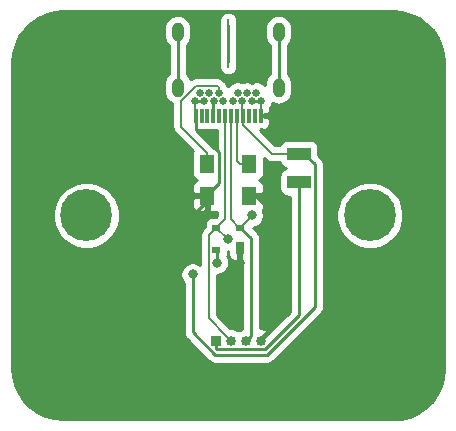
<source format=gtl>
G04 #@! TF.GenerationSoftware,KiCad,Pcbnew,(5.1.2-1)-1*
G04 #@! TF.CreationDate,2019-10-04T22:48:53-06:00*
G04 #@! TF.ProjectId,USBCBreakout,55534243-4272-4656-916b-6f75742e6b69,rev?*
G04 #@! TF.SameCoordinates,Original*
G04 #@! TF.FileFunction,Copper,L1,Top*
G04 #@! TF.FilePolarity,Positive*
%FSLAX46Y46*%
G04 Gerber Fmt 4.6, Leading zero omitted, Abs format (unit mm)*
G04 Created by KiCad (PCBNEW (5.1.2-1)-1) date 2019-10-04 22:48:53*
%MOMM*%
%LPD*%
G04 APERTURE LIST*
%ADD10R,0.300000X1.200000*%
%ADD11C,0.650000*%
%ADD12R,0.200000X1.000000*%
%ADD13O,1.000000X1.600000*%
%ADD14R,2.030000X1.140000*%
%ADD15R,1.300000X1.500000*%
%ADD16C,4.400000*%
%ADD17C,0.850000*%
%ADD18R,0.850000X0.850000*%
%ADD19R,0.700000X0.600000*%
%ADD20R,0.700000X1.000000*%
%ADD21C,0.800000*%
%ADD22C,0.152400*%
%ADD23C,0.250000*%
%ADD24C,0.254000*%
G04 APERTURE END LIST*
D10*
X102762416Y-49870592D03*
X102262416Y-49870592D03*
X101762416Y-49870592D03*
X101262416Y-49870592D03*
X100762416Y-49870592D03*
X100262416Y-49870592D03*
X99762416Y-49870592D03*
X99262416Y-49870592D03*
X98762416Y-49870592D03*
X98262416Y-49870592D03*
X97762416Y-49870592D03*
X97262416Y-49870592D03*
D11*
X97212416Y-48620592D03*
X97612416Y-47920592D03*
X98012416Y-48620592D03*
X98412416Y-47920592D03*
X98812416Y-48620592D03*
X99212416Y-47920592D03*
X99612416Y-48620592D03*
X100412416Y-48620592D03*
X100812416Y-47910592D03*
X101212416Y-48620592D03*
X101612416Y-47920592D03*
X102412416Y-47920592D03*
X102012416Y-48620592D03*
D12*
X100012416Y-45290592D03*
X100012416Y-42190592D03*
D13*
X104282416Y-47470592D03*
X104282416Y-42740592D03*
X95742416Y-42740592D03*
X95742416Y-47470592D03*
D11*
X102812416Y-48620592D03*
D14*
X106012416Y-53090592D03*
X106012416Y-55490592D03*
D15*
X101798352Y-53940592D03*
X101798352Y-56640592D03*
X98226480Y-53940592D03*
X98226480Y-56640592D03*
D16*
X112012416Y-58290592D03*
X88012416Y-58290592D03*
D17*
X102762416Y-68900000D03*
X101512416Y-68900000D03*
X100262416Y-68900000D03*
D18*
X99012416Y-68900000D03*
D19*
X99012416Y-59340592D03*
X101012416Y-59340592D03*
X99012416Y-61240592D03*
D20*
X101012416Y-61040592D03*
D21*
X97012416Y-63290592D03*
X99062415Y-62290592D03*
X101012416Y-62290592D03*
X97012416Y-58290592D03*
X104012416Y-58290592D03*
X100012416Y-60290592D03*
X102012416Y-58290592D03*
D22*
X101212416Y-49820592D02*
X101262416Y-49870592D01*
X101212416Y-48620592D02*
X101212416Y-49820592D01*
X104845016Y-53090592D02*
X106012416Y-53090592D01*
X103730016Y-53090592D02*
X104845016Y-53090592D01*
X101262416Y-50622992D02*
X103730016Y-53090592D01*
X101262416Y-49870592D02*
X101262416Y-50622992D01*
D23*
X98762416Y-48670592D02*
X98762416Y-49870592D01*
X98812416Y-48620592D02*
X98762416Y-48670592D01*
X97012416Y-68211410D02*
X97012416Y-63290592D01*
X98901016Y-70100010D02*
X97012416Y-68211410D01*
X103308817Y-70100011D02*
X98901016Y-70100010D01*
X107352417Y-66056411D02*
X103308817Y-70100011D01*
X107352417Y-53985593D02*
X107352417Y-66056411D01*
X106457416Y-53090592D02*
X107352417Y-53985593D01*
X106012416Y-53090592D02*
X106457416Y-53090592D01*
X99062415Y-61290591D02*
X99012416Y-61240592D01*
X99062415Y-62290592D02*
X99062415Y-61290591D01*
X99012416Y-69575000D02*
X99012416Y-68900000D01*
X99087417Y-69650001D02*
X99012416Y-69575000D01*
X103122417Y-69650001D02*
X99087417Y-69650001D01*
X106012416Y-66760002D02*
X103122417Y-69650001D01*
X106012416Y-55490592D02*
X106012416Y-66760002D01*
D22*
X102812416Y-49820592D02*
X102762416Y-49870592D01*
X102812416Y-48620592D02*
X102812416Y-49820592D01*
X97212416Y-49820592D02*
X97262416Y-49870592D01*
X97212416Y-48620592D02*
X97212416Y-49820592D01*
D23*
X101012416Y-62290592D02*
X101012416Y-61040592D01*
X97262416Y-50720592D02*
X97262416Y-49870592D01*
X97262416Y-50991526D02*
X97262416Y-50720592D01*
X99201481Y-52930591D02*
X97262416Y-50991526D01*
X99201481Y-55565591D02*
X99201481Y-52930591D01*
X98226480Y-56540592D02*
X99201481Y-55565591D01*
X98226480Y-56640592D02*
X98226480Y-56540592D01*
X98226480Y-57076528D02*
X97012416Y-58290592D01*
X98226480Y-56640592D02*
X98226480Y-57076528D01*
X102362416Y-56640592D02*
X101798352Y-56640592D01*
X104012416Y-58290592D02*
X102362416Y-56640592D01*
X97212416Y-48620592D02*
X98012416Y-48620592D01*
X102812416Y-48620592D02*
X102012416Y-48620592D01*
D22*
X99762416Y-58640592D02*
X99112416Y-59290592D01*
X99762416Y-49870592D02*
X99762416Y-58640592D01*
X99962416Y-60290592D02*
X99012416Y-59340592D01*
X100012416Y-60290592D02*
X99962416Y-60290592D01*
X99837417Y-68475001D02*
X100262416Y-68900000D01*
X98386215Y-67023799D02*
X99837417Y-68475001D01*
X98962416Y-59340592D02*
X98386215Y-59916793D01*
X98386215Y-59916793D02*
X98386215Y-67023799D01*
X99012416Y-59340592D02*
X98962416Y-59340592D01*
X100962416Y-59340592D02*
X101012416Y-59340592D01*
X100262416Y-58640592D02*
X100962416Y-59340592D01*
X100262416Y-49870592D02*
X100262416Y-58640592D01*
X102012416Y-58340592D02*
X101012416Y-59340592D01*
X102012416Y-58290592D02*
X102012416Y-58340592D01*
D23*
X101937415Y-60215591D02*
X101937415Y-68475001D01*
X101937415Y-68475001D02*
X101512416Y-68900000D01*
X101062416Y-59340592D02*
X101937415Y-60215591D01*
X101012416Y-59340592D02*
X101062416Y-59340592D01*
D22*
X100995952Y-53940592D02*
X101798352Y-53940592D01*
X100762416Y-53707056D02*
X100995952Y-53940592D01*
X100762416Y-49870592D02*
X100762416Y-53707056D01*
X98226480Y-53038192D02*
X98226480Y-53940592D01*
X96012416Y-50824128D02*
X98226480Y-53038192D01*
X97291343Y-47319391D02*
X96012416Y-48598318D01*
X99070834Y-47319391D02*
X97291343Y-47319391D01*
X99212416Y-47460973D02*
X99070834Y-47319391D01*
X96012416Y-48598318D02*
X96012416Y-50824128D01*
X99212416Y-47920592D02*
X99212416Y-47460973D01*
D23*
X100012416Y-42190592D02*
X100012416Y-45290592D01*
X104282416Y-42740592D02*
X104282416Y-47470592D01*
X95742416Y-42740592D02*
X95742416Y-47470592D01*
D24*
G36*
X114767163Y-41095873D02*
G01*
X115498059Y-41295823D01*
X116181991Y-41622042D01*
X116797344Y-42064218D01*
X117324675Y-42608381D01*
X117747302Y-43237318D01*
X118051879Y-43931162D01*
X118230131Y-44673631D01*
X118277416Y-45317541D01*
X118277417Y-71257850D01*
X118207135Y-72045340D01*
X118007185Y-72776235D01*
X117680966Y-73460167D01*
X117238790Y-74075520D01*
X116694627Y-74602851D01*
X116065690Y-75025478D01*
X115371845Y-75330056D01*
X114629377Y-75508306D01*
X113985467Y-75555592D01*
X86045147Y-75555592D01*
X85257668Y-75485311D01*
X84526773Y-75285361D01*
X83842841Y-74959142D01*
X83227488Y-74516966D01*
X82700157Y-73972803D01*
X82277530Y-73343866D01*
X81972952Y-72650021D01*
X81794702Y-71907553D01*
X81747416Y-71263643D01*
X81747416Y-58011369D01*
X85177416Y-58011369D01*
X85177416Y-58569815D01*
X85286364Y-59117531D01*
X85500072Y-59633468D01*
X85810328Y-60097799D01*
X86205209Y-60492680D01*
X86669540Y-60802936D01*
X87185477Y-61016644D01*
X87733193Y-61125592D01*
X88291639Y-61125592D01*
X88839355Y-61016644D01*
X89355292Y-60802936D01*
X89819623Y-60492680D01*
X90214504Y-60097799D01*
X90524760Y-59633468D01*
X90738468Y-59117531D01*
X90847416Y-58569815D01*
X90847416Y-58011369D01*
X90738468Y-57463653D01*
X90708206Y-57390592D01*
X96938408Y-57390592D01*
X96950668Y-57515074D01*
X96986978Y-57634772D01*
X97045943Y-57745086D01*
X97125295Y-57841777D01*
X97221986Y-57921129D01*
X97332300Y-57980094D01*
X97451998Y-58016404D01*
X97576480Y-58028664D01*
X97940730Y-58025592D01*
X98099480Y-57866842D01*
X98099480Y-56767592D01*
X97100230Y-56767592D01*
X96941480Y-56926342D01*
X96938408Y-57390592D01*
X90708206Y-57390592D01*
X90524760Y-56947716D01*
X90214504Y-56483385D01*
X89819623Y-56088504D01*
X89355292Y-55778248D01*
X88839355Y-55564540D01*
X88291639Y-55455592D01*
X87733193Y-55455592D01*
X87185477Y-55564540D01*
X86669540Y-55778248D01*
X86205209Y-56088504D01*
X85810328Y-56483385D01*
X85500072Y-56947716D01*
X85286364Y-57463653D01*
X85177416Y-58011369D01*
X81747416Y-58011369D01*
X81747416Y-45323323D01*
X81817697Y-44535845D01*
X82017647Y-43804949D01*
X82343866Y-43121017D01*
X82786042Y-42505664D01*
X82910722Y-42384840D01*
X94607416Y-42384840D01*
X94607416Y-43096343D01*
X94623839Y-43263090D01*
X94688740Y-43477038D01*
X94794132Y-43674215D01*
X94935967Y-43847041D01*
X94982416Y-43885161D01*
X94982417Y-46326023D01*
X94935968Y-46364143D01*
X94794133Y-46536969D01*
X94688740Y-46734145D01*
X94623839Y-46948093D01*
X94607416Y-47114840D01*
X94607416Y-47826343D01*
X94623839Y-47993090D01*
X94688740Y-48207038D01*
X94794132Y-48404215D01*
X94935967Y-48577041D01*
X95108793Y-48718876D01*
X95301216Y-48821728D01*
X95301217Y-50789192D01*
X95297776Y-50824128D01*
X95311508Y-50963547D01*
X95352175Y-51097609D01*
X95416095Y-51217194D01*
X95418215Y-51221161D01*
X95507090Y-51329455D01*
X95534226Y-51351725D01*
X97036418Y-52853918D01*
X96986978Y-52946412D01*
X96950668Y-53066110D01*
X96938408Y-53190592D01*
X96938408Y-54690592D01*
X96950668Y-54815074D01*
X96986978Y-54934772D01*
X97045943Y-55045086D01*
X97125295Y-55141777D01*
X97221986Y-55221129D01*
X97332300Y-55280094D01*
X97366907Y-55290592D01*
X97332300Y-55301090D01*
X97221986Y-55360055D01*
X97125295Y-55439407D01*
X97045943Y-55536098D01*
X96986978Y-55646412D01*
X96950668Y-55766110D01*
X96938408Y-55890592D01*
X96941480Y-56354842D01*
X97100230Y-56513592D01*
X98099480Y-56513592D01*
X98099480Y-56493592D01*
X98353480Y-56493592D01*
X98353480Y-56513592D01*
X98373480Y-56513592D01*
X98373480Y-56767592D01*
X98353480Y-56767592D01*
X98353480Y-57866842D01*
X98512230Y-58025592D01*
X98876480Y-58028664D01*
X99000962Y-58016404D01*
X99051217Y-58001159D01*
X99051217Y-58346003D01*
X98994700Y-58402520D01*
X98662416Y-58402520D01*
X98537934Y-58414780D01*
X98418236Y-58451090D01*
X98307922Y-58510055D01*
X98211231Y-58589407D01*
X98131879Y-58686098D01*
X98072914Y-58796412D01*
X98036604Y-58916110D01*
X98024344Y-59040592D01*
X98024344Y-59272876D01*
X97908025Y-59389196D01*
X97880888Y-59411467D01*
X97792013Y-59519761D01*
X97725973Y-59643313D01*
X97685306Y-59777374D01*
X97675015Y-59881858D01*
X97675015Y-59881867D01*
X97671575Y-59916793D01*
X97675015Y-59951719D01*
X97675015Y-62489480D01*
X97672190Y-62486655D01*
X97502672Y-62373387D01*
X97314314Y-62295366D01*
X97114355Y-62255592D01*
X96910477Y-62255592D01*
X96710518Y-62295366D01*
X96522160Y-62373387D01*
X96352642Y-62486655D01*
X96208479Y-62630818D01*
X96095211Y-62800336D01*
X96017190Y-62988694D01*
X95977416Y-63188653D01*
X95977416Y-63392531D01*
X96017190Y-63592490D01*
X96095211Y-63780848D01*
X96208479Y-63950366D01*
X96252417Y-63994304D01*
X96252416Y-68174087D01*
X96248740Y-68211410D01*
X96252416Y-68248732D01*
X96252416Y-68248742D01*
X96263413Y-68360395D01*
X96298178Y-68475001D01*
X96306870Y-68503656D01*
X96377442Y-68635686D01*
X96417287Y-68684236D01*
X96472415Y-68751411D01*
X96501419Y-68775214D01*
X98337221Y-70611017D01*
X98361015Y-70640010D01*
X98390008Y-70663804D01*
X98390013Y-70663809D01*
X98476740Y-70734984D01*
X98608769Y-70805556D01*
X98752030Y-70849013D01*
X98901016Y-70863686D01*
X98938351Y-70860009D01*
X103271494Y-70860011D01*
X103308817Y-70863687D01*
X103346139Y-70860011D01*
X103346149Y-70860011D01*
X103457802Y-70849014D01*
X103601063Y-70805557D01*
X103619077Y-70795928D01*
X103733093Y-70734985D01*
X103819819Y-70663810D01*
X103819820Y-70663809D01*
X103848817Y-70640012D01*
X103872615Y-70611014D01*
X107863420Y-66620210D01*
X107892418Y-66596412D01*
X107956382Y-66518472D01*
X107987391Y-66480688D01*
X108057963Y-66348658D01*
X108065779Y-66322891D01*
X108101420Y-66205397D01*
X108112417Y-66093744D01*
X108112417Y-66093734D01*
X108116093Y-66056411D01*
X108112417Y-66019088D01*
X108112417Y-58011369D01*
X109177416Y-58011369D01*
X109177416Y-58569815D01*
X109286364Y-59117531D01*
X109500072Y-59633468D01*
X109810328Y-60097799D01*
X110205209Y-60492680D01*
X110669540Y-60802936D01*
X111185477Y-61016644D01*
X111733193Y-61125592D01*
X112291639Y-61125592D01*
X112839355Y-61016644D01*
X113355292Y-60802936D01*
X113819623Y-60492680D01*
X114214504Y-60097799D01*
X114524760Y-59633468D01*
X114738468Y-59117531D01*
X114847416Y-58569815D01*
X114847416Y-58011369D01*
X114738468Y-57463653D01*
X114524760Y-56947716D01*
X114214504Y-56483385D01*
X113819623Y-56088504D01*
X113355292Y-55778248D01*
X112839355Y-55564540D01*
X112291639Y-55455592D01*
X111733193Y-55455592D01*
X111185477Y-55564540D01*
X110669540Y-55778248D01*
X110205209Y-56088504D01*
X109810328Y-56483385D01*
X109500072Y-56947716D01*
X109286364Y-57463653D01*
X109177416Y-58011369D01*
X108112417Y-58011369D01*
X108112417Y-54022926D01*
X108116094Y-53985593D01*
X108101420Y-53836607D01*
X108057963Y-53693346D01*
X107987391Y-53561317D01*
X107916216Y-53474590D01*
X107892418Y-53445592D01*
X107863421Y-53421795D01*
X107665488Y-53223862D01*
X107665488Y-52520592D01*
X107653228Y-52396110D01*
X107616918Y-52276412D01*
X107557953Y-52166098D01*
X107478601Y-52069407D01*
X107381910Y-51990055D01*
X107271596Y-51931090D01*
X107151898Y-51894780D01*
X107027416Y-51882520D01*
X104997416Y-51882520D01*
X104872934Y-51894780D01*
X104753236Y-51931090D01*
X104642922Y-51990055D01*
X104546231Y-52069407D01*
X104466879Y-52166098D01*
X104407914Y-52276412D01*
X104376675Y-52379392D01*
X104024605Y-52379392D01*
X102688339Y-51043127D01*
X102766910Y-51001129D01*
X102806891Y-50968317D01*
X102944166Y-51105592D01*
X103047705Y-51094156D01*
X103166757Y-51055781D01*
X103276035Y-50994917D01*
X103371339Y-50913904D01*
X103449007Y-50815855D01*
X103506054Y-50704537D01*
X103540287Y-50584229D01*
X103550393Y-50459553D01*
X103547416Y-50156342D01*
X103388666Y-49997592D01*
X103050488Y-49997592D01*
X103050488Y-49743592D01*
X103388666Y-49743592D01*
X103547416Y-49584842D01*
X103550393Y-49281631D01*
X103547718Y-49248636D01*
X103583893Y-49212461D01*
X103541337Y-49169905D01*
X103540287Y-49156955D01*
X103521126Y-49089618D01*
X103660686Y-49079915D01*
X103733997Y-48905600D01*
X103760028Y-48778332D01*
X103845969Y-48824268D01*
X104059917Y-48889169D01*
X104282416Y-48911083D01*
X104504914Y-48889169D01*
X104718862Y-48824268D01*
X104916039Y-48718876D01*
X105088865Y-48577041D01*
X105230700Y-48404215D01*
X105336092Y-48207039D01*
X105400993Y-47993091D01*
X105417416Y-47826344D01*
X105417416Y-47114841D01*
X105400993Y-46948094D01*
X105336092Y-46734146D01*
X105230700Y-46536969D01*
X105088865Y-46364143D01*
X105042416Y-46326023D01*
X105042416Y-43885161D01*
X105088865Y-43847041D01*
X105230700Y-43674215D01*
X105336092Y-43477039D01*
X105400993Y-43263091D01*
X105417416Y-43096344D01*
X105417416Y-42384841D01*
X105400993Y-42218094D01*
X105336092Y-42004146D01*
X105230700Y-41806969D01*
X105088865Y-41634143D01*
X104916039Y-41492308D01*
X104718863Y-41386916D01*
X104504915Y-41322015D01*
X104282416Y-41300101D01*
X104059918Y-41322015D01*
X103845970Y-41386916D01*
X103648794Y-41492308D01*
X103475968Y-41634143D01*
X103334133Y-41806969D01*
X103228740Y-42004145D01*
X103163839Y-42218093D01*
X103147416Y-42384840D01*
X103147416Y-43096343D01*
X103163839Y-43263090D01*
X103228740Y-43477038D01*
X103334132Y-43674215D01*
X103475967Y-43847041D01*
X103522416Y-43885161D01*
X103522417Y-46326023D01*
X103475968Y-46364143D01*
X103334133Y-46536969D01*
X103228740Y-46734145D01*
X103163839Y-46948093D01*
X103147416Y-47114840D01*
X103147416Y-47297947D01*
X103024380Y-47174911D01*
X102867147Y-47069851D01*
X102692438Y-46997484D01*
X102506968Y-46960592D01*
X102317864Y-46960592D01*
X102132394Y-46997484D01*
X102012416Y-47047181D01*
X101892438Y-46997484D01*
X101706968Y-46960592D01*
X101517864Y-46960592D01*
X101332394Y-46997484D01*
X101224487Y-47042181D01*
X101092438Y-46987484D01*
X100906968Y-46950592D01*
X100717864Y-46950592D01*
X100532394Y-46987484D01*
X100357685Y-47059851D01*
X100200452Y-47164911D01*
X100066735Y-47298628D01*
X100009075Y-47384922D01*
X99958097Y-47308628D01*
X99888202Y-47238733D01*
X99872658Y-47187492D01*
X99806618Y-47063940D01*
X99717743Y-46955646D01*
X99690601Y-46933371D01*
X99598436Y-46841206D01*
X99576161Y-46814064D01*
X99467867Y-46725189D01*
X99344315Y-46659149D01*
X99210254Y-46618482D01*
X99105770Y-46608191D01*
X99105760Y-46608191D01*
X99070834Y-46604751D01*
X99035908Y-46608191D01*
X97326271Y-46608191D01*
X97291343Y-46604751D01*
X97256414Y-46608191D01*
X97256407Y-46608191D01*
X97151923Y-46618482D01*
X97017862Y-46659149D01*
X96894310Y-46725189D01*
X96813494Y-46791513D01*
X96796092Y-46734146D01*
X96690700Y-46536969D01*
X96548865Y-46364143D01*
X96502416Y-46326023D01*
X96502416Y-43885161D01*
X96548865Y-43847041D01*
X96690700Y-43674215D01*
X96796092Y-43477039D01*
X96860993Y-43263091D01*
X96877416Y-43096344D01*
X96877416Y-42384841D01*
X96860993Y-42218094D01*
X96841326Y-42153260D01*
X99252416Y-42153260D01*
X99252417Y-45327925D01*
X99263414Y-45439578D01*
X99274344Y-45475610D01*
X99274344Y-45790592D01*
X99286604Y-45915074D01*
X99322914Y-46034772D01*
X99381879Y-46145086D01*
X99461231Y-46241777D01*
X99557922Y-46321129D01*
X99668236Y-46380094D01*
X99787934Y-46416404D01*
X99912416Y-46428664D01*
X100112416Y-46428664D01*
X100236898Y-46416404D01*
X100356596Y-46380094D01*
X100466910Y-46321129D01*
X100563601Y-46241777D01*
X100642953Y-46145086D01*
X100701918Y-46034772D01*
X100738228Y-45915074D01*
X100750488Y-45790592D01*
X100750488Y-45475613D01*
X100761419Y-45439578D01*
X100772416Y-45327925D01*
X100772416Y-42153259D01*
X100761419Y-42041606D01*
X100750488Y-42005571D01*
X100750488Y-41690592D01*
X100738228Y-41566110D01*
X100701918Y-41446412D01*
X100642953Y-41336098D01*
X100563601Y-41239407D01*
X100466910Y-41160055D01*
X100356596Y-41101090D01*
X100236898Y-41064780D01*
X100112416Y-41052520D01*
X99912416Y-41052520D01*
X99787934Y-41064780D01*
X99668236Y-41101090D01*
X99557922Y-41160055D01*
X99461231Y-41239407D01*
X99381879Y-41336098D01*
X99322914Y-41446412D01*
X99286604Y-41566110D01*
X99274344Y-41690592D01*
X99274344Y-42005572D01*
X99263413Y-42041607D01*
X99252416Y-42153260D01*
X96841326Y-42153260D01*
X96796092Y-42004146D01*
X96690700Y-41806969D01*
X96548865Y-41634143D01*
X96376039Y-41492308D01*
X96178863Y-41386916D01*
X95964915Y-41322015D01*
X95742416Y-41300101D01*
X95519918Y-41322015D01*
X95305970Y-41386916D01*
X95108794Y-41492308D01*
X94935968Y-41634143D01*
X94794133Y-41806969D01*
X94688740Y-42004145D01*
X94623839Y-42218093D01*
X94607416Y-42384840D01*
X82910722Y-42384840D01*
X83330205Y-41978333D01*
X83959142Y-41555706D01*
X84652986Y-41251129D01*
X85395455Y-41072877D01*
X86039365Y-41025592D01*
X113979685Y-41025592D01*
X114767163Y-41095873D01*
X114767163Y-41095873D01*
G37*
X114767163Y-41095873D02*
X115498059Y-41295823D01*
X116181991Y-41622042D01*
X116797344Y-42064218D01*
X117324675Y-42608381D01*
X117747302Y-43237318D01*
X118051879Y-43931162D01*
X118230131Y-44673631D01*
X118277416Y-45317541D01*
X118277417Y-71257850D01*
X118207135Y-72045340D01*
X118007185Y-72776235D01*
X117680966Y-73460167D01*
X117238790Y-74075520D01*
X116694627Y-74602851D01*
X116065690Y-75025478D01*
X115371845Y-75330056D01*
X114629377Y-75508306D01*
X113985467Y-75555592D01*
X86045147Y-75555592D01*
X85257668Y-75485311D01*
X84526773Y-75285361D01*
X83842841Y-74959142D01*
X83227488Y-74516966D01*
X82700157Y-73972803D01*
X82277530Y-73343866D01*
X81972952Y-72650021D01*
X81794702Y-71907553D01*
X81747416Y-71263643D01*
X81747416Y-58011369D01*
X85177416Y-58011369D01*
X85177416Y-58569815D01*
X85286364Y-59117531D01*
X85500072Y-59633468D01*
X85810328Y-60097799D01*
X86205209Y-60492680D01*
X86669540Y-60802936D01*
X87185477Y-61016644D01*
X87733193Y-61125592D01*
X88291639Y-61125592D01*
X88839355Y-61016644D01*
X89355292Y-60802936D01*
X89819623Y-60492680D01*
X90214504Y-60097799D01*
X90524760Y-59633468D01*
X90738468Y-59117531D01*
X90847416Y-58569815D01*
X90847416Y-58011369D01*
X90738468Y-57463653D01*
X90708206Y-57390592D01*
X96938408Y-57390592D01*
X96950668Y-57515074D01*
X96986978Y-57634772D01*
X97045943Y-57745086D01*
X97125295Y-57841777D01*
X97221986Y-57921129D01*
X97332300Y-57980094D01*
X97451998Y-58016404D01*
X97576480Y-58028664D01*
X97940730Y-58025592D01*
X98099480Y-57866842D01*
X98099480Y-56767592D01*
X97100230Y-56767592D01*
X96941480Y-56926342D01*
X96938408Y-57390592D01*
X90708206Y-57390592D01*
X90524760Y-56947716D01*
X90214504Y-56483385D01*
X89819623Y-56088504D01*
X89355292Y-55778248D01*
X88839355Y-55564540D01*
X88291639Y-55455592D01*
X87733193Y-55455592D01*
X87185477Y-55564540D01*
X86669540Y-55778248D01*
X86205209Y-56088504D01*
X85810328Y-56483385D01*
X85500072Y-56947716D01*
X85286364Y-57463653D01*
X85177416Y-58011369D01*
X81747416Y-58011369D01*
X81747416Y-45323323D01*
X81817697Y-44535845D01*
X82017647Y-43804949D01*
X82343866Y-43121017D01*
X82786042Y-42505664D01*
X82910722Y-42384840D01*
X94607416Y-42384840D01*
X94607416Y-43096343D01*
X94623839Y-43263090D01*
X94688740Y-43477038D01*
X94794132Y-43674215D01*
X94935967Y-43847041D01*
X94982416Y-43885161D01*
X94982417Y-46326023D01*
X94935968Y-46364143D01*
X94794133Y-46536969D01*
X94688740Y-46734145D01*
X94623839Y-46948093D01*
X94607416Y-47114840D01*
X94607416Y-47826343D01*
X94623839Y-47993090D01*
X94688740Y-48207038D01*
X94794132Y-48404215D01*
X94935967Y-48577041D01*
X95108793Y-48718876D01*
X95301216Y-48821728D01*
X95301217Y-50789192D01*
X95297776Y-50824128D01*
X95311508Y-50963547D01*
X95352175Y-51097609D01*
X95416095Y-51217194D01*
X95418215Y-51221161D01*
X95507090Y-51329455D01*
X95534226Y-51351725D01*
X97036418Y-52853918D01*
X96986978Y-52946412D01*
X96950668Y-53066110D01*
X96938408Y-53190592D01*
X96938408Y-54690592D01*
X96950668Y-54815074D01*
X96986978Y-54934772D01*
X97045943Y-55045086D01*
X97125295Y-55141777D01*
X97221986Y-55221129D01*
X97332300Y-55280094D01*
X97366907Y-55290592D01*
X97332300Y-55301090D01*
X97221986Y-55360055D01*
X97125295Y-55439407D01*
X97045943Y-55536098D01*
X96986978Y-55646412D01*
X96950668Y-55766110D01*
X96938408Y-55890592D01*
X96941480Y-56354842D01*
X97100230Y-56513592D01*
X98099480Y-56513592D01*
X98099480Y-56493592D01*
X98353480Y-56493592D01*
X98353480Y-56513592D01*
X98373480Y-56513592D01*
X98373480Y-56767592D01*
X98353480Y-56767592D01*
X98353480Y-57866842D01*
X98512230Y-58025592D01*
X98876480Y-58028664D01*
X99000962Y-58016404D01*
X99051217Y-58001159D01*
X99051217Y-58346003D01*
X98994700Y-58402520D01*
X98662416Y-58402520D01*
X98537934Y-58414780D01*
X98418236Y-58451090D01*
X98307922Y-58510055D01*
X98211231Y-58589407D01*
X98131879Y-58686098D01*
X98072914Y-58796412D01*
X98036604Y-58916110D01*
X98024344Y-59040592D01*
X98024344Y-59272876D01*
X97908025Y-59389196D01*
X97880888Y-59411467D01*
X97792013Y-59519761D01*
X97725973Y-59643313D01*
X97685306Y-59777374D01*
X97675015Y-59881858D01*
X97675015Y-59881867D01*
X97671575Y-59916793D01*
X97675015Y-59951719D01*
X97675015Y-62489480D01*
X97672190Y-62486655D01*
X97502672Y-62373387D01*
X97314314Y-62295366D01*
X97114355Y-62255592D01*
X96910477Y-62255592D01*
X96710518Y-62295366D01*
X96522160Y-62373387D01*
X96352642Y-62486655D01*
X96208479Y-62630818D01*
X96095211Y-62800336D01*
X96017190Y-62988694D01*
X95977416Y-63188653D01*
X95977416Y-63392531D01*
X96017190Y-63592490D01*
X96095211Y-63780848D01*
X96208479Y-63950366D01*
X96252417Y-63994304D01*
X96252416Y-68174087D01*
X96248740Y-68211410D01*
X96252416Y-68248732D01*
X96252416Y-68248742D01*
X96263413Y-68360395D01*
X96298178Y-68475001D01*
X96306870Y-68503656D01*
X96377442Y-68635686D01*
X96417287Y-68684236D01*
X96472415Y-68751411D01*
X96501419Y-68775214D01*
X98337221Y-70611017D01*
X98361015Y-70640010D01*
X98390008Y-70663804D01*
X98390013Y-70663809D01*
X98476740Y-70734984D01*
X98608769Y-70805556D01*
X98752030Y-70849013D01*
X98901016Y-70863686D01*
X98938351Y-70860009D01*
X103271494Y-70860011D01*
X103308817Y-70863687D01*
X103346139Y-70860011D01*
X103346149Y-70860011D01*
X103457802Y-70849014D01*
X103601063Y-70805557D01*
X103619077Y-70795928D01*
X103733093Y-70734985D01*
X103819819Y-70663810D01*
X103819820Y-70663809D01*
X103848817Y-70640012D01*
X103872615Y-70611014D01*
X107863420Y-66620210D01*
X107892418Y-66596412D01*
X107956382Y-66518472D01*
X107987391Y-66480688D01*
X108057963Y-66348658D01*
X108065779Y-66322891D01*
X108101420Y-66205397D01*
X108112417Y-66093744D01*
X108112417Y-66093734D01*
X108116093Y-66056411D01*
X108112417Y-66019088D01*
X108112417Y-58011369D01*
X109177416Y-58011369D01*
X109177416Y-58569815D01*
X109286364Y-59117531D01*
X109500072Y-59633468D01*
X109810328Y-60097799D01*
X110205209Y-60492680D01*
X110669540Y-60802936D01*
X111185477Y-61016644D01*
X111733193Y-61125592D01*
X112291639Y-61125592D01*
X112839355Y-61016644D01*
X113355292Y-60802936D01*
X113819623Y-60492680D01*
X114214504Y-60097799D01*
X114524760Y-59633468D01*
X114738468Y-59117531D01*
X114847416Y-58569815D01*
X114847416Y-58011369D01*
X114738468Y-57463653D01*
X114524760Y-56947716D01*
X114214504Y-56483385D01*
X113819623Y-56088504D01*
X113355292Y-55778248D01*
X112839355Y-55564540D01*
X112291639Y-55455592D01*
X111733193Y-55455592D01*
X111185477Y-55564540D01*
X110669540Y-55778248D01*
X110205209Y-56088504D01*
X109810328Y-56483385D01*
X109500072Y-56947716D01*
X109286364Y-57463653D01*
X109177416Y-58011369D01*
X108112417Y-58011369D01*
X108112417Y-54022926D01*
X108116094Y-53985593D01*
X108101420Y-53836607D01*
X108057963Y-53693346D01*
X107987391Y-53561317D01*
X107916216Y-53474590D01*
X107892418Y-53445592D01*
X107863421Y-53421795D01*
X107665488Y-53223862D01*
X107665488Y-52520592D01*
X107653228Y-52396110D01*
X107616918Y-52276412D01*
X107557953Y-52166098D01*
X107478601Y-52069407D01*
X107381910Y-51990055D01*
X107271596Y-51931090D01*
X107151898Y-51894780D01*
X107027416Y-51882520D01*
X104997416Y-51882520D01*
X104872934Y-51894780D01*
X104753236Y-51931090D01*
X104642922Y-51990055D01*
X104546231Y-52069407D01*
X104466879Y-52166098D01*
X104407914Y-52276412D01*
X104376675Y-52379392D01*
X104024605Y-52379392D01*
X102688339Y-51043127D01*
X102766910Y-51001129D01*
X102806891Y-50968317D01*
X102944166Y-51105592D01*
X103047705Y-51094156D01*
X103166757Y-51055781D01*
X103276035Y-50994917D01*
X103371339Y-50913904D01*
X103449007Y-50815855D01*
X103506054Y-50704537D01*
X103540287Y-50584229D01*
X103550393Y-50459553D01*
X103547416Y-50156342D01*
X103388666Y-49997592D01*
X103050488Y-49997592D01*
X103050488Y-49743592D01*
X103388666Y-49743592D01*
X103547416Y-49584842D01*
X103550393Y-49281631D01*
X103547718Y-49248636D01*
X103583893Y-49212461D01*
X103541337Y-49169905D01*
X103540287Y-49156955D01*
X103521126Y-49089618D01*
X103660686Y-49079915D01*
X103733997Y-48905600D01*
X103760028Y-48778332D01*
X103845969Y-48824268D01*
X104059917Y-48889169D01*
X104282416Y-48911083D01*
X104504914Y-48889169D01*
X104718862Y-48824268D01*
X104916039Y-48718876D01*
X105088865Y-48577041D01*
X105230700Y-48404215D01*
X105336092Y-48207039D01*
X105400993Y-47993091D01*
X105417416Y-47826344D01*
X105417416Y-47114841D01*
X105400993Y-46948094D01*
X105336092Y-46734146D01*
X105230700Y-46536969D01*
X105088865Y-46364143D01*
X105042416Y-46326023D01*
X105042416Y-43885161D01*
X105088865Y-43847041D01*
X105230700Y-43674215D01*
X105336092Y-43477039D01*
X105400993Y-43263091D01*
X105417416Y-43096344D01*
X105417416Y-42384841D01*
X105400993Y-42218094D01*
X105336092Y-42004146D01*
X105230700Y-41806969D01*
X105088865Y-41634143D01*
X104916039Y-41492308D01*
X104718863Y-41386916D01*
X104504915Y-41322015D01*
X104282416Y-41300101D01*
X104059918Y-41322015D01*
X103845970Y-41386916D01*
X103648794Y-41492308D01*
X103475968Y-41634143D01*
X103334133Y-41806969D01*
X103228740Y-42004145D01*
X103163839Y-42218093D01*
X103147416Y-42384840D01*
X103147416Y-43096343D01*
X103163839Y-43263090D01*
X103228740Y-43477038D01*
X103334132Y-43674215D01*
X103475967Y-43847041D01*
X103522416Y-43885161D01*
X103522417Y-46326023D01*
X103475968Y-46364143D01*
X103334133Y-46536969D01*
X103228740Y-46734145D01*
X103163839Y-46948093D01*
X103147416Y-47114840D01*
X103147416Y-47297947D01*
X103024380Y-47174911D01*
X102867147Y-47069851D01*
X102692438Y-46997484D01*
X102506968Y-46960592D01*
X102317864Y-46960592D01*
X102132394Y-46997484D01*
X102012416Y-47047181D01*
X101892438Y-46997484D01*
X101706968Y-46960592D01*
X101517864Y-46960592D01*
X101332394Y-46997484D01*
X101224487Y-47042181D01*
X101092438Y-46987484D01*
X100906968Y-46950592D01*
X100717864Y-46950592D01*
X100532394Y-46987484D01*
X100357685Y-47059851D01*
X100200452Y-47164911D01*
X100066735Y-47298628D01*
X100009075Y-47384922D01*
X99958097Y-47308628D01*
X99888202Y-47238733D01*
X99872658Y-47187492D01*
X99806618Y-47063940D01*
X99717743Y-46955646D01*
X99690601Y-46933371D01*
X99598436Y-46841206D01*
X99576161Y-46814064D01*
X99467867Y-46725189D01*
X99344315Y-46659149D01*
X99210254Y-46618482D01*
X99105770Y-46608191D01*
X99105760Y-46608191D01*
X99070834Y-46604751D01*
X99035908Y-46608191D01*
X97326271Y-46608191D01*
X97291343Y-46604751D01*
X97256414Y-46608191D01*
X97256407Y-46608191D01*
X97151923Y-46618482D01*
X97017862Y-46659149D01*
X96894310Y-46725189D01*
X96813494Y-46791513D01*
X96796092Y-46734146D01*
X96690700Y-46536969D01*
X96548865Y-46364143D01*
X96502416Y-46326023D01*
X96502416Y-43885161D01*
X96548865Y-43847041D01*
X96690700Y-43674215D01*
X96796092Y-43477039D01*
X96860993Y-43263091D01*
X96877416Y-43096344D01*
X96877416Y-42384841D01*
X96860993Y-42218094D01*
X96841326Y-42153260D01*
X99252416Y-42153260D01*
X99252417Y-45327925D01*
X99263414Y-45439578D01*
X99274344Y-45475610D01*
X99274344Y-45790592D01*
X99286604Y-45915074D01*
X99322914Y-46034772D01*
X99381879Y-46145086D01*
X99461231Y-46241777D01*
X99557922Y-46321129D01*
X99668236Y-46380094D01*
X99787934Y-46416404D01*
X99912416Y-46428664D01*
X100112416Y-46428664D01*
X100236898Y-46416404D01*
X100356596Y-46380094D01*
X100466910Y-46321129D01*
X100563601Y-46241777D01*
X100642953Y-46145086D01*
X100701918Y-46034772D01*
X100738228Y-45915074D01*
X100750488Y-45790592D01*
X100750488Y-45475613D01*
X100761419Y-45439578D01*
X100772416Y-45327925D01*
X100772416Y-42153259D01*
X100761419Y-42041606D01*
X100750488Y-42005571D01*
X100750488Y-41690592D01*
X100738228Y-41566110D01*
X100701918Y-41446412D01*
X100642953Y-41336098D01*
X100563601Y-41239407D01*
X100466910Y-41160055D01*
X100356596Y-41101090D01*
X100236898Y-41064780D01*
X100112416Y-41052520D01*
X99912416Y-41052520D01*
X99787934Y-41064780D01*
X99668236Y-41101090D01*
X99557922Y-41160055D01*
X99461231Y-41239407D01*
X99381879Y-41336098D01*
X99322914Y-41446412D01*
X99286604Y-41566110D01*
X99274344Y-41690592D01*
X99274344Y-42005572D01*
X99263413Y-42041607D01*
X99252416Y-42153260D01*
X96841326Y-42153260D01*
X96796092Y-42004146D01*
X96690700Y-41806969D01*
X96548865Y-41634143D01*
X96376039Y-41492308D01*
X96178863Y-41386916D01*
X95964915Y-41322015D01*
X95742416Y-41300101D01*
X95519918Y-41322015D01*
X95305970Y-41386916D01*
X95108794Y-41492308D01*
X94935968Y-41634143D01*
X94794133Y-41806969D01*
X94688740Y-42004145D01*
X94623839Y-42218093D01*
X94607416Y-42384840D01*
X82910722Y-42384840D01*
X83330205Y-41978333D01*
X83959142Y-41555706D01*
X84652986Y-41251129D01*
X85395455Y-41072877D01*
X86039365Y-41025592D01*
X113979685Y-41025592D01*
X114767163Y-41095873D01*
G36*
X103202423Y-53568788D02*
G01*
X103224689Y-53595919D01*
X103251820Y-53618185D01*
X103251824Y-53618189D01*
X103303493Y-53660592D01*
X103332983Y-53684794D01*
X103456535Y-53750834D01*
X103590596Y-53791501D01*
X103695080Y-53801792D01*
X103695089Y-53801792D01*
X103730015Y-53805232D01*
X103764941Y-53801792D01*
X104376675Y-53801792D01*
X104407914Y-53904772D01*
X104466879Y-54015086D01*
X104546231Y-54111777D01*
X104642922Y-54191129D01*
X104753236Y-54250094D01*
X104872934Y-54286404D01*
X104915457Y-54290592D01*
X104872934Y-54294780D01*
X104753236Y-54331090D01*
X104642922Y-54390055D01*
X104546231Y-54469407D01*
X104466879Y-54566098D01*
X104407914Y-54676412D01*
X104371604Y-54796110D01*
X104359344Y-54920592D01*
X104359344Y-56060592D01*
X104371604Y-56185074D01*
X104407914Y-56304772D01*
X104466879Y-56415086D01*
X104546231Y-56511777D01*
X104642922Y-56591129D01*
X104753236Y-56650094D01*
X104872934Y-56686404D01*
X104997416Y-56698664D01*
X105252416Y-56698664D01*
X105252417Y-66445199D01*
X102807616Y-68890001D01*
X102577347Y-68890001D01*
X102592071Y-68862455D01*
X102748274Y-68706253D01*
X102762416Y-68720395D01*
X103307197Y-68175614D01*
X103281272Y-67969790D01*
X103089828Y-67886440D01*
X102885800Y-67842041D01*
X102697415Y-67838663D01*
X102697415Y-60252913D01*
X102701091Y-60215590D01*
X102697415Y-60178267D01*
X102697415Y-60178258D01*
X102686418Y-60066605D01*
X102642961Y-59923344D01*
X102572389Y-59791315D01*
X102528326Y-59737624D01*
X102501214Y-59704587D01*
X102501210Y-59704583D01*
X102477416Y-59675590D01*
X102448424Y-59651797D01*
X102120914Y-59324287D01*
X102314314Y-59285818D01*
X102502672Y-59207797D01*
X102672190Y-59094529D01*
X102816353Y-58950366D01*
X102929621Y-58780848D01*
X103007642Y-58592490D01*
X103047416Y-58392531D01*
X103047416Y-58188653D01*
X103007642Y-57988694D01*
X102930938Y-57803515D01*
X102978889Y-57745086D01*
X103037854Y-57634772D01*
X103074164Y-57515074D01*
X103086424Y-57390592D01*
X103083352Y-56926342D01*
X102924602Y-56767592D01*
X101925352Y-56767592D01*
X101925352Y-56787592D01*
X101671352Y-56787592D01*
X101671352Y-56767592D01*
X101651352Y-56767592D01*
X101651352Y-56513592D01*
X101671352Y-56513592D01*
X101671352Y-56493592D01*
X101925352Y-56493592D01*
X101925352Y-56513592D01*
X102924602Y-56513592D01*
X103083352Y-56354842D01*
X103086424Y-55890592D01*
X103074164Y-55766110D01*
X103037854Y-55646412D01*
X102978889Y-55536098D01*
X102899537Y-55439407D01*
X102802846Y-55360055D01*
X102692532Y-55301090D01*
X102657925Y-55290592D01*
X102692532Y-55280094D01*
X102802846Y-55221129D01*
X102899537Y-55141777D01*
X102978889Y-55045086D01*
X103037854Y-54934772D01*
X103074164Y-54815074D01*
X103086424Y-54690592D01*
X103086424Y-53452789D01*
X103202423Y-53568788D01*
X103202423Y-53568788D01*
G37*
X103202423Y-53568788D02*
X103224689Y-53595919D01*
X103251820Y-53618185D01*
X103251824Y-53618189D01*
X103303493Y-53660592D01*
X103332983Y-53684794D01*
X103456535Y-53750834D01*
X103590596Y-53791501D01*
X103695080Y-53801792D01*
X103695089Y-53801792D01*
X103730015Y-53805232D01*
X103764941Y-53801792D01*
X104376675Y-53801792D01*
X104407914Y-53904772D01*
X104466879Y-54015086D01*
X104546231Y-54111777D01*
X104642922Y-54191129D01*
X104753236Y-54250094D01*
X104872934Y-54286404D01*
X104915457Y-54290592D01*
X104872934Y-54294780D01*
X104753236Y-54331090D01*
X104642922Y-54390055D01*
X104546231Y-54469407D01*
X104466879Y-54566098D01*
X104407914Y-54676412D01*
X104371604Y-54796110D01*
X104359344Y-54920592D01*
X104359344Y-56060592D01*
X104371604Y-56185074D01*
X104407914Y-56304772D01*
X104466879Y-56415086D01*
X104546231Y-56511777D01*
X104642922Y-56591129D01*
X104753236Y-56650094D01*
X104872934Y-56686404D01*
X104997416Y-56698664D01*
X105252416Y-56698664D01*
X105252417Y-66445199D01*
X102807616Y-68890001D01*
X102577347Y-68890001D01*
X102592071Y-68862455D01*
X102748274Y-68706253D01*
X102762416Y-68720395D01*
X103307197Y-68175614D01*
X103281272Y-67969790D01*
X103089828Y-67886440D01*
X102885800Y-67842041D01*
X102697415Y-67838663D01*
X102697415Y-60252913D01*
X102701091Y-60215590D01*
X102697415Y-60178267D01*
X102697415Y-60178258D01*
X102686418Y-60066605D01*
X102642961Y-59923344D01*
X102572389Y-59791315D01*
X102528326Y-59737624D01*
X102501214Y-59704587D01*
X102501210Y-59704583D01*
X102477416Y-59675590D01*
X102448424Y-59651797D01*
X102120914Y-59324287D01*
X102314314Y-59285818D01*
X102502672Y-59207797D01*
X102672190Y-59094529D01*
X102816353Y-58950366D01*
X102929621Y-58780848D01*
X103007642Y-58592490D01*
X103047416Y-58392531D01*
X103047416Y-58188653D01*
X103007642Y-57988694D01*
X102930938Y-57803515D01*
X102978889Y-57745086D01*
X103037854Y-57634772D01*
X103074164Y-57515074D01*
X103086424Y-57390592D01*
X103083352Y-56926342D01*
X102924602Y-56767592D01*
X101925352Y-56767592D01*
X101925352Y-56787592D01*
X101671352Y-56787592D01*
X101671352Y-56767592D01*
X101651352Y-56767592D01*
X101651352Y-56513592D01*
X101671352Y-56513592D01*
X101671352Y-56493592D01*
X101925352Y-56493592D01*
X101925352Y-56513592D01*
X102924602Y-56513592D01*
X103083352Y-56354842D01*
X103086424Y-55890592D01*
X103074164Y-55766110D01*
X103037854Y-55646412D01*
X102978889Y-55536098D01*
X102899537Y-55439407D01*
X102802846Y-55360055D01*
X102692532Y-55301090D01*
X102657925Y-55290592D01*
X102692532Y-55280094D01*
X102802846Y-55221129D01*
X102899537Y-55141777D01*
X102978889Y-55045086D01*
X103037854Y-54934772D01*
X103074164Y-54815074D01*
X103086424Y-54690592D01*
X103086424Y-53452789D01*
X103202423Y-53568788D01*
G36*
X101139416Y-60913592D02*
G01*
X101159416Y-60913592D01*
X101159416Y-61167592D01*
X101139416Y-61167592D01*
X101139416Y-62016842D01*
X101177415Y-62054841D01*
X101177416Y-67891426D01*
X101010318Y-67960640D01*
X100887416Y-68042760D01*
X100764514Y-67960640D01*
X100571607Y-67880735D01*
X100366817Y-67840000D01*
X100208205Y-67840000D01*
X99097415Y-66729212D01*
X99097415Y-63325592D01*
X99164354Y-63325592D01*
X99364313Y-63285818D01*
X99552671Y-63207797D01*
X99722189Y-63094529D01*
X99866352Y-62950366D01*
X99979620Y-62780848D01*
X100057641Y-62592490D01*
X100097415Y-62392531D01*
X100097415Y-62188653D01*
X100057641Y-61988694D01*
X99979620Y-61800336D01*
X99957320Y-61766962D01*
X99988228Y-61665074D01*
X100000488Y-61540592D01*
X100000488Y-61325592D01*
X100028166Y-61325592D01*
X100027416Y-61326342D01*
X100024344Y-61540592D01*
X100036604Y-61665074D01*
X100072914Y-61784772D01*
X100131879Y-61895086D01*
X100211231Y-61991777D01*
X100307922Y-62071129D01*
X100418236Y-62130094D01*
X100537934Y-62166404D01*
X100662416Y-62178664D01*
X100726666Y-62175592D01*
X100885416Y-62016842D01*
X100885416Y-61167592D01*
X100865416Y-61167592D01*
X100865416Y-60913592D01*
X100885416Y-60913592D01*
X100885416Y-60893592D01*
X101139416Y-60893592D01*
X101139416Y-60913592D01*
X101139416Y-60913592D01*
G37*
X101139416Y-60913592D02*
X101159416Y-60913592D01*
X101159416Y-61167592D01*
X101139416Y-61167592D01*
X101139416Y-62016842D01*
X101177415Y-62054841D01*
X101177416Y-67891426D01*
X101010318Y-67960640D01*
X100887416Y-68042760D01*
X100764514Y-67960640D01*
X100571607Y-67880735D01*
X100366817Y-67840000D01*
X100208205Y-67840000D01*
X99097415Y-66729212D01*
X99097415Y-63325592D01*
X99164354Y-63325592D01*
X99364313Y-63285818D01*
X99552671Y-63207797D01*
X99722189Y-63094529D01*
X99866352Y-62950366D01*
X99979620Y-62780848D01*
X100057641Y-62592490D01*
X100097415Y-62392531D01*
X100097415Y-62188653D01*
X100057641Y-61988694D01*
X99979620Y-61800336D01*
X99957320Y-61766962D01*
X99988228Y-61665074D01*
X100000488Y-61540592D01*
X100000488Y-61325592D01*
X100028166Y-61325592D01*
X100027416Y-61326342D01*
X100024344Y-61540592D01*
X100036604Y-61665074D01*
X100072914Y-61784772D01*
X100131879Y-61895086D01*
X100211231Y-61991777D01*
X100307922Y-62071129D01*
X100418236Y-62130094D01*
X100537934Y-62166404D01*
X100662416Y-62178664D01*
X100726666Y-62175592D01*
X100885416Y-62016842D01*
X100885416Y-61167592D01*
X100865416Y-61167592D01*
X100865416Y-60913592D01*
X100885416Y-60913592D01*
X100885416Y-60893592D01*
X101139416Y-60893592D01*
X101139416Y-60913592D01*
G36*
X97411919Y-51073345D02*
G01*
X97444166Y-51105592D01*
X97508772Y-51098456D01*
X97612416Y-51108664D01*
X97912416Y-51108664D01*
X98012416Y-51098815D01*
X98112416Y-51108664D01*
X98412416Y-51108664D01*
X98512416Y-51098815D01*
X98612416Y-51108664D01*
X98912416Y-51108664D01*
X99012416Y-51098815D01*
X99051216Y-51102637D01*
X99051216Y-52580024D01*
X99000962Y-52564780D01*
X98876480Y-52552520D01*
X98747937Y-52552520D01*
X98731806Y-52532865D01*
X98704681Y-52510604D01*
X97299668Y-51105592D01*
X97389418Y-51105592D01*
X97389418Y-51066519D01*
X97411919Y-51073345D01*
X97411919Y-51073345D01*
G37*
X97411919Y-51073345D02*
X97444166Y-51105592D01*
X97508772Y-51098456D01*
X97612416Y-51108664D01*
X97912416Y-51108664D01*
X98012416Y-51098815D01*
X98112416Y-51108664D01*
X98412416Y-51108664D01*
X98512416Y-51098815D01*
X98612416Y-51108664D01*
X98912416Y-51108664D01*
X99012416Y-51098815D01*
X99051216Y-51102637D01*
X99051216Y-52580024D01*
X99000962Y-52564780D01*
X98876480Y-52552520D01*
X98747937Y-52552520D01*
X98731806Y-52532865D01*
X98704681Y-52510604D01*
X97299668Y-51105592D01*
X97389418Y-51105592D01*
X97389418Y-51066519D01*
X97411919Y-51073345D01*
M02*

</source>
